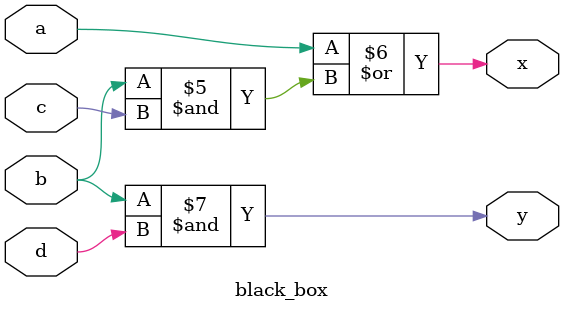
<source format=sv>
`timescale 1ns / 1ps
module Main_Processor(
input clk,
input [15:0]inst_in,
output reg [7:0]pc_out,
output reg [15:0]inst_out,
output reg [2:0]jmp_val,
output reg jmp,eop,
output reg [1:0]regwr_out2,dir_val_out2,
output reg memwr_out2,ctrl_sel_out2,wrbk_sel_out2,
output reg [2:0]aD_out2,dir_s2_out2,
output reg [3:0]alu_sel_out2,
output reg [7:0]dir_s1_out2,
output reg [15:0]s1_out2,s2_out2,
output reg [1:0]reg_wr_out3,reconfig_mul,reconfig_load,
output reg mem_wr_out3,wrbk_sel_out3,
output reg [2:0]aM_out3,aD_out3,
output reg [15:0]alu_out3,dM_out3,
output reg [15:0]wD_rf,
output reg [1:0]w_en,
output reg [2:0]aD_rf,
output reg s1_c0,s1_c1,s2_c0,s2_c1,
output reg [1:0]inita,
output reg [2:0]initb,
output reg [15:0]pc_2,pc_3,inst_out_tb,
output reg [15:0]mem_data_tb,
output reg mem_en_tb,
output reg [2:0]mem_add_tb
    );
//Start of Processor Part1	 
wire [7:0]pc_in;
//input [15:0]inst_in;
wire [7:0]k;
assign k=pc_out;
wire clk_mod=clk&~eop;
wire s1_c1_k,s2_c1_k,s1_c0_k,s2_c0_k;
initial
begin
pc_out=0;
jmp=0;
jmp_val=0;
eop=0;
s1_c0=0;
s1_c1=0;
s2_c0=0;
s2_c1=0;
w_en=0;
aD_rf=0;
wD_rf=0;
inita=3;
initb=4;
end
wire [1:0]k_mux; wire [2:0]kmux2;
mux2_1_1bit m5[1:0](2'b00,2'b11,inita[0]|inita[1],k_mux);
mux2_1_1bit m10[2:0](3'b000,3'b111,initb[0]|initb[1]|initb[2],kmux2); 
wire [1:0]k_sum=inita+k_mux;
wire [2:0]k_sum2=initb+kmux2;
mux2_1_1bit m6(s1_c0,1'b0,inita[0]|inita[1],s1_c0_k);
mux2_1_1bit m7(s2_c0,1'b0,inita[0]|inita[1],s2_c0_k);
mux2_1_1bit m8(s1_c1,1'b0,initb[0]|initb[1]|initb[2],s1_c1_k);
mux2_1_1bit m9(s2_c1,1'b0,initb[0]|initb[1]|initb[2],s2_c1_k);
always@(posedge clk)
begin
inita<=k_sum;
initb<=k_sum2;
end
wire w1;
wire jmp_w=jmp;
wire [2:0]jmp_val_w=jmp_val;
wire [2:0]w2;
assign w1=jmp_w&(jmp_val_w[0]|jmp_val_w[1]|jmp_val_w[2]);

mux2_1_1bit m1[2:0](3'b001,jmp_val,w1,w2);
adder_internal a1(k,w2,pc_in);

//inst_mem IM(pc_out,inst_in);

always@(posedge clk_mod)
begin
pc_out=pc_in;
end

always@(posedge clk_mod)
begin
inst_out=inst_in;

end
//End of Part1

//Start of Processor Part2
wire [15:0]pc;
assign pc=inst_out;
wire jmp_cu,eop_cu,ctrl_sel_in,memwr_in,wrbk_sel_in;
wire [1:0]regwr_in;
wire [3:0]alu_sel_in;
wire[1:0]dir_val_in,w_en_w;
wire[15:0] s1_in,s2_in,wD_rf_w,s1_in_1,s2_in_1;
wire [7:0]dir_s1_in;
assign dir_s1_in=pc[7:0];
wire [2:0]dir_s2_in,aD_rf_w;
assign dir_s2_in=pc[2:0];
assign wD_rf_w=wD_rf;
assign w_en_w=w_en;
assign aD_rf_w=aD_rf;

always@(*)
jmp_val=pc[2:0];

Control_Unit CU(pc[15:12],pc[11],pc[10:9],jmp_cu,eop_cu,ctrl_sel_in,memwr_in,wrbk_sel_in,regwr_in,alu_sel_in,dir_val_in);
reg_file RF(s1_in_1,s2_in_1,clk,pc[10:9],pc[5:3],pc[2:0],aD_rf_w,wD_rf_w,w_en_w);
assign s1_in=({{8{pc[10]}}& s1_in_1[15:8],{8{pc[9]}}& s1_in_1[7:0]});
assign s2_in=({{8{pc[10]}}& s2_in_1[15:8],{8{pc[9]}}& s2_in_1[7:0]});
always@(*)
begin
jmp=jmp_cu;
eop=eop_cu;
end
always@(posedge clk)
begin
regwr_out2<=regwr_in;
dir_val_out2<=dir_val_in;
memwr_out2<=memwr_in;
ctrl_sel_out2<=ctrl_sel_in;
wrbk_sel_out2<=wrbk_sel_in;
aD_out2<=pc[8:6];
dir_s1_out2<=dir_s1_in;
dir_s2_out2<=dir_s2_in;
s1_out2<=s1_in;
s2_out2<=s2_in;
alu_sel_out2<=alu_sel_in;
pc_2<=pc;
reconfig_mul<=pc[10:9];
end
//End of Part2

//For HCU
wire s1_c1_in=s1_c1_k;
wire s2_c1_in=s2_c1_k;
wire s1_c0_in=s1_c0_k;
wire s2_c0_in=s2_c0_k;
wire [15:0]A_scr1=s1_out2;
wire [15:0]A_scr2=s2_out2;
wire [15:0]B_hcu=({{8{pc[10]}}& alu_out3[15:8],{8{pc[9]}}& alu_out3[7:0]});//alu_out3 original assign
wire [15:0]C_hcu=({{8{pc[10]}}& wD_rf[15:8],{8{pc[9]}}& wD_rf[7:0]});//wD_rf original assign

//Start Of Processor Part3
wire [15:0]w3,w4,w5,w6,alu_op,hcu1,hcu2,alu_op_half,w3in1,w3in2,pc_k;
wire w7;
assign pc_k=pc_2;
assign w3in1={{8{1'b0}},dir_s1_out2};
assign w3in2={dir_s1_out2,{8{1'b0}}};
mux2_1_1bit mdirsel[15:0](w3in1,w3in2,regwr_out2[1],w3);
assign w4={{13{1'b0}},dir_s2_out2};


mux4_1_16bit mux1(A_scr1,B_hcu,C_hcu,B_hcu,s1_c0_in,s1_c1_in,hcu1);
mux4_1_16bit mux2(A_scr2,B_hcu,C_hcu,B_hcu,s2_c0_in,s2_c1_in,hcu2);
mux2_1_1bit m2[15:0](hcu1,w3,dir_val_out2[1],w5);
mux2_1_1bit m3[15:0](hcu2,w4,dir_val_out2[0],w6);

ALU alu(w5,w6,alu_sel_out2[3:2],alu_sel_out2[1:0],ctrl_sel_out2,reconfig_mul,alu_op_half,w7);
mux2_1_1bit mdir[15:0](alu_op_half,w3,dir_val_out2[1],alu_op);

always@(posedge clk)
begin
reg_wr_out3<=regwr_out2;
mem_wr_out3<=memwr_out2;
wrbk_sel_out3<=wrbk_sel_out2;
aM_out3<=dir_s2_out2;
aD_out3<=aD_out2;
alu_out3<=alu_op;
dM_out3<=w5;
pc_3<=pc_k;
reconfig_load<=reconfig_mul;
end

//End of Part3

//Start of Processor Part4
wire[15:0]pc_k1,z2;
wire [2:0]z1;
wire z3;
assign pc_k1=pc_3;
assign z1=aM_out3;
assign z2=dM_out3;
assign z3=mem_wr_out3;
wire [15:0]mem_out,wD_in,mem_inter;
data_mem DM(dM_out3,aM_out3,clk,mem_wr_out3,mem_inter);
mux2_1_1bit mload[15:0]({16{1'b0}},mem_inter,reconfig_load[0]&reconfig_load[1],mem_out);
mux2_1_1bit m4[15:0](alu_out3,mem_out,wrbk_sel_out3,wD_in);

always@(posedge clk)
begin
inst_out_tb<=pc_k1;
mem_data_tb<=z2;
mem_en_tb<=z3;
mem_add_tb<=z1;
wD_rf<=wD_in;
w_en<=reg_wr_out3;
aD_rf<=aD_out3;
end
//End of Part4

//Hazard Control Unit
reg [4:0]r1,r2,r4,r5;
reg [2:0]r3,r6;	 	 
wire h1,h2,h3,h4;
always@(posedge clk)
begin
r1<={{inst_in[10:9]},{inst_in[5:3]}};
r2<={{inst_in[10:9]},{inst_in[2:0]}};
r3<=pc[8:6];
end
comp co1(r1,r3,inst_in[15:12],h1);
comp co2(r2,r3,inst_in[15:12],h2);
always@(posedge clk)
begin
s1_c0<=h1;
s2_c0<=h2;
r4<={{inst_in[10:9]},{inst_in[5:3]}};
r5<={{inst_in[10:9]},{inst_in[2:0]}};
r6<=r3;
end
comp c03(r4,r6,inst_in[15:12],h3);
comp co4(r5,r6,inst_in[15:12],h4);
always@(posedge clk)
begin
s1_c1<=h3;
s2_c1<=h4;
end

endmodule

// Code your design here
module mux2_1_1bit(
input a,b,s,
output y
    );
assign y=a&~s|b&s;

endmodule
module adder_internal(
input [7:0]a,
input [2:0]b,
output [7:0]y
    );
assign y=a+({{5{2'b0}},b});

endmodule
module Control_Unit(
input [3:0]op,
input ctrl,
input [1:0]re_config,
output jmp,eop,ctrl_sel,mem_wr,wr_bk_sel,
output [1:0]reg_wr,
output [3:0]alu_sel,
output [1:0]dir_val
    );

wire w1,w2,w3,w4,k,shiftv;

//Regwr
assign w1=(op[3]&~op[2]&op[1]&op[0]);	//store
assign w2=(op[3]&op[2]&~op[1]&op[0]);	//jump
assign w3=(op[3]&op[2]&op[1]&~op[0]);	//NOP
assign w4=(op[3]&op[2]&op[1]&op[0]);	//EOP
assign k=w1|w2|w3|w4;

assign shiftv=re_config[1]&re_config[0]&op[3]&op[2]&~op[1]&~op[0];
assign reg_wr[1]=(re_config[1]|(op[3]&~op[2]&~op[1]&~op[0])|shiftv)&(~k);
assign reg_wr[0]=(re_config[0]|(op[3]&~op[2]&~op[1]&~op[0])|shiftv)&(~k);
//Memwr
assign mem_wr=w1;

//Write Back Select
assign wr_bk_sel=(op[3]&~op[2]&op[1]&~op[0]);

//Dual select in ALU
assign ctrl_sel=ctrl&~w3;

//Jump
assign jmp=(op[3]&op[2]&~op[1]&op[0]);

//EOP
assign eop=(op[3]&op[2]&op[1]&op[0]);

//Direct Value
assign dir_val[1]=op[3]&~op[2]&~op[1]&op[0]&ctrl;
assign dir_val[0]=op[3]&op[2]&~op[1]&~op[0];

//ALU select
assign alu_sel=(op&{4{~w3}})|({~op[3],op[2],op[1],~op[0]}&{4{w3}});

endmodule

module reg_file(
    output reg [15:0] r0,//scr1 o/p
    output reg [15:0] r1,//scr2 o/p
    input clk,
	 input [1:0] reconfig,//active high
    input [2:0] a0,		//source 1
    input [2:0] a1,		//source 2
    input [2:0] d,		//dest register
    input [15:0] wr,		//data to be written
    input [1:0] w_en		//active high
    );

	 reg [15:0]gpr[7:0];
	 integer i;
	 initial 
	  for(i=0;i<8;i=i+1)
	  begin
	  gpr[i]=0;
	  end
	 always@(negedge clk)
		begin
			if(reconfig==2'b11)
				begin
					r0<=gpr[a0];	//read the data
					r1<=gpr[a1];	//at negative edge
				end
			else if(reconfig==2'b10)
				begin
					r0<={gpr[a0][15:8],{8{1'b0}}};
					r1<={gpr[a1][15:8],{8{1'b0}}};
				end
			else if(reconfig==2'b01)
				begin
					r0<={{8{1'b0}},gpr[a0][7:0]};
					r1<={{8{1'b0}},gpr[a1][7:0]};
				end
			else
				begin
					r0<=16'b0;
					r1<=16'b0;
				end
				
		end
		
	always@(posedge clk)	//write at positive
		begin					//edge
			if(w_en==2'b11)
				gpr[d]<=wr;	//16 bit write
			else if(w_en==2'b01)
				gpr[d][7:0]<=wr[7:0];	//lower byte write
			else if(w_en==2'b10)
				gpr[d][15:8]<=wr[15:8];	//higher byte write
		end

endmodule
module mux4_1_16bit(
input [15:0]a,b,c,d,
input s0,s1,
output [15:0]y
    );
wire [15:0]w1,w2;
mux2_1_1bit m1[15:0](a,b,s0,w1);
mux2_1_1bit m2[15:0](c,d,s0,w2);
mux2_1_1bit m3[15:0](w1,w2,s1,y);


endmodule
module ALU(
input [15:0]a,
input [15:0]b,
input [1:0]alu_sel,	//use of alu_sel 
input [1:0]s,			// 4 bits
input sel,
input [1:0]mul,
output [15:0]y,
output cout
    );  
wire [15:0]ar1,ar2,l1,l2,l3,l4,l5,l6,l7,l8,sh1,sh2,sh3,w1,w2,mul1;

wire k_mov=alu_sel[1]&~alu_sel[0]&~s[1]&s[0]; //For move;

//Arithmetic

assign ar1=((~({16{s[0]}}))&b)|((({16{s[0]}})^({16{s[1]}}))&~b)&({16{~k_mov}});	
Adder a1(a,ar1,(s[0]&(~k_mov)),ar2,cout);

//Logical
assign l1=a&b;
assign l2=a|b;
assign l3=a^b;
assign l4=a;
mux2_1_1bit m1[15:0](l1,l2,s[0],l5);
mux2_1_1bit m2[15:0](l3,l4,s[0],l6);
mux2_1_1bit m3[15:0](l5,l6,s[1],l7);
assign l8=l7^({16{sel}});

//Mulitplication
wire[7:0] wmul1,wmul2,wmul11,wmul22;
mux2_1_1bit mmul1[7:0](a[7:0],a[15:8],~mul[0],wmul1);
mux2_1_1bit mmul2[7:0](b[7:0],b[15:8],~mul[0],wmul2);
mux2_1_1bit mmul3[7:0]({8{1'b0}},wmul1,mul[0]|mul[1],wmul11);
mux2_1_1bit mmul4[7:0]({8{1'b0}},wmul2,mul[0]|mul[1],wmul22);
wallace_8bit m4(wmul11,wmul22,mul1); 

//Shifter
assign sh1=a<<b;
assign sh2=a>>b;
mux2_1_1bit m5[15:0](sh1,sh2,sel,sh3);

//Final Mux_logic
mux2_1_1bit m6[15:0](ar2,l8,alu_sel[0],w1);
mux2_1_1bit m7[15:0](mul1,sh3,alu_sel[0],w2);
mux2_1_1bit m8[15:0](w1,w2,alu_sel[1]&(~k_mov),y);

endmodule
module data_mem(
input [15:0]dM,
input [2:0]aM,
input clk,wr,
output reg [15:0]m
    );
reg [15:0]mem[7:0];	 
integer i;
	 initial 
	  for(i=0;i<8;i=i+1)
	  begin
	  mem[i]=0;
	  end
//Store
always@(posedge clk)
begin
 if(wr==1)
  mem[aM]=dM;
end	 

//Load
always@(negedge clk)
begin 
m=mem[aM];
end
endmodule
module comp(
input [4:0]a,
input [2:0]b,
input [3:0]op,
output s
    );
wire s_inter;
wire [2:0]w1;
assign w1=(~(a[2:0])|b)&((a[2:0])|~b);
assign s_inter=w1[0]&w1[1]&w1[2]&(a[4]|a[3]);
assign s=s_inter&(op[3]&op[2]&op[1]&~op[0]);

endmodule
module wallace_8bit(
    input [7:0] a,
    input [7:0] b,
    output [15:0] p
    );
reg [63:0]w;
integer i,j,k,l;
always@(*)
begin
i=63;
l=7;
while(i>=36)
 begin
  k=7;
  for(j=l;j<=7;j=j+1)
    begin
    if(k>=l)	 
     w[i]=a[j]&b[k];
    i=i-1;
	 k=k-1;
    end
  l=l-1;
 end
  l=0;
  i=0;
while(i!=36)
 begin
  j=0;
  for(k=l;k>=0;k=k-1)
   begin
    if(j<=l)
	  w[i]=a[k]&b[j];
    i=i+1;
	 j=j+1;
   end
  l=l+1;
 end
w[0]=a[0]&b[0];
end
 
assign p[0]=w[0];

halfadder hfa1(w[1],w[2],p[1],b1);

halfadder hf2(w[3],w[4],k1,c1);
full_adder fa1(w[5],k1,b1,p[2],c2);

halfadder hf3(w[6],w[7],k2,d1);
full_adder fa2(w[8],k2,c1,k3,d2);
full_adder fa3(w[9],k3,c2,p[3],d3);

halfadder hf4(w[10],w[11],k4,e1);
full_adder fa4(w[12],k4,d1,k5,e2);
full_adder fa5(w[13],k5,d2,k6,e3);
full_adder fa6(w[14],k6,d3,p[4],e4);
	
halfadder hf5(w[15],w[16],k7,f1);
full_adder fa7(w[17],k7,e1,k8,f2);
full_adder fa8(w[18],k8,e2,k9,f3);
full_adder fa9(w[19],k9,e3,k10,f4);
full_adder fa10(w[20],k10,e4,p[5],f5);	
	
halfadder hf6(w[21],w[22],k11,g1);
full_adder fa11(w[23],k11,f1,k12,g2);
full_adder fa12(w[24],k12,f2,k13,g3);
full_adder fa13(w[25],k13,f3,k14,g4);
full_adder fa14(w[26],k14,f4,k15,g5);
full_adder fa15(w[27],k15,f5,p[6],g6);
	
halfadder hf7(w[28],w[29],k16,h1);
full_adder fa16(w[30],k16,g1,k17,h2);
full_adder fa17(w[31],k17,g2,k18,h3);
full_adder fa18(w[32],k18,g3,k19,h4);
full_adder fa19(w[33],k19,g4,k20,h5);
full_adder fa20(w[34],k20,g5,k21,h6);
full_adder fa21(w[35],k21,g6,p[7],h7);

halfadder hf8(w[36],w[37],k22,i1);
full_adder fa22(w[38],k22,h1,k23,i2);
full_adder fa23(w[39],k23,h2,k24,i3);
full_adder fa24(w[40],k24,h3,k25,i4);
full_adder fa25(w[41],k25,h4,k26,i5);
full_adder fa26(w[42],k26,h5,k27,i6);
full_adder fa27(k27,h7,h6,p[8],i7);

full_adder fa28(w[43],w[44],i1,k28,j1);
full_adder fa29(w[45],k28,i2,k29,j2);
full_adder fa30(w[46],k29,i3,k30,j3);
full_adder fa31(w[47],k30,i4,k31,j4);
full_adder fa32(w[48],k31,i5,k32,j5);
full_adder fa33(k32,i7,i6,p[9],j6);

full_adder fa34(w[49],w[50],j1,k33,l1);
full_adder fa35(w[51],k33,j2,k34,l2);
full_adder fa36(w[52],k34,j3,k35,l3);
full_adder fa37(w[53],k35,j4,k36,l4);
full_adder fa38(j5,j6,k36,p[10],l5);

full_adder fa39(w[54],w[55],l1,k37,m1);
full_adder fa40(w[56],k37,l2,k38,m2);
full_adder fa41(w[57],k38,l3,k39,m3);
full_adder fa42(l4,l5,k39,p[11],m4);

full_adder fa43(w[58],w[59],m1,k40,n1);
full_adder fa44(w[60],k40,m2,k41,n2);
full_adder fa45(m3,m4,k41,p[12],n3);

full_adder fa46(w[61],w[62],n1,k42,o1);
full_adder fa47(n2,n3,k42,p[13],o2);

full_adder fa48(w[63],o1,o2,p[14],p[15]);


endmodule
module Adder(
    input [15:0] a,
    input [15:0] b,
    input cin,
    output [15:0] s,
    output cout
    );

wire [15:0]g,p,GG;

//Bitwise Generate And Propogate Signals.
assign g=a&b;
assign p=a^b;


//Group Generate And Propogate Signals.
assign GG[0]=g[0]|(p[0]&cin);
black_box b1(g[15],p[15],g[14],p[14],g1,p1);
black_box b2(g[14],p[14],g[13],p[13],g2,p2);
black_box b3(g[13],p[13],g[12],p[12],g3,p3);
black_box b4(g[12],p[12],g[11],p[11],g4,p4);
black_box b5(g[11],p[11],g[10],p[10],g5,p5);
black_box b6(g[10],p[10],g[9],p[9],g6,p6);
black_box b7(g[9],p[9],g[8],p[8],g7,p7);
black_box b8(g[8],p[8],g[7],p[7],g8,p8);
black_box b9(g[7],p[7],g[6],p[6],g9,p9);
black_box b10(g[6],p[6],g[5],p[5],g10,p10);
black_box b11(g[5],p[5],g[4],p[4],g11,p11);
black_box b12(g[4],p[4],g[3],p[3],g12,p12);
black_box b13(g[3],p[3],g[2],p[2],g13,p13);
black_box b14(g[2],p[2],g[1],p[1],g14,p14);
gray_box gb1(g[1],p[1],GG[0],GG[1]);

black_box b15(g1,p1,g3,p3,g15,p15);
black_box b16(g2,p2,g4,p4,g16,p16);
black_box b17(g3,p3,g5,p5,g17,p17);
black_box b18(g4,p4,g6,p6,g18,p18);
black_box b19(g5,p5,g7,p7,g19,p19);
black_box b20(g6,p6,g8,p8,g20,p20);
black_box b21(g7,p7,g9,p9,g21,p21);
black_box b22(g8,p8,g10,p10,g22,p22);
black_box b23(g9,p9,g11,p11,g23,p23);
black_box b24(g10,p10,g12,p12,g24,p24);
black_box b25(g11,p11,g13,p13,g25,p25);
black_box b26(g12,p12,g14,p14,g26,p26);
gray_box gb3(g13,p13,GG[1],GG[3]);
gray_box gb2(g14,p14,GG[0],GG[2]);

black_box b27(g15,p15,g19,p19,g27,p27);
black_box b28(g16,p16,g20,p20,g28,p28);
black_box b29(g17,p17,g21,p21,g29,p29);
black_box b30(g18,p18,g22,p22,g30,p30);
black_box b31(g19,p19,g23,p23,g31,p31);
black_box b32(g20,p20,g24,p24,g32,p32);
black_box b33(g21,p21,g25,p25,g33,p33);
black_box b34(g22,p22,g26,p26,g34,p34);
gray_box gb7(g23,p23,GG[3],GG[7]);
gray_box gb6(g24,p24,GG[2],GG[6]);
gray_box gb5(g25,p25,GG[1],GG[5]);
gray_box gb4(g26,p26,GG[0],GG[4]);

gray_box gb15(g27,p27,GG[7],GG[15]);
gray_box gb14(g28,p28,GG[6],GG[14]);
gray_box gb13(g29,p29,GG[5],GG[13]);
gray_box gb12(g30,p30,GG[4],GG[12]);
gray_box gb11(g31,p31,GG[3],GG[11]);
gray_box gb10(g32,p32,GG[2],GG[10]);
gray_box gb9(g33,p33,GG[1],GG[9]);
gray_box gb8(g34,p34,GG[0],GG[8]);


//Final Sum And Cout.
assign s[0]=p[0]^cin;
assign s[1]=p[1]^GG[0]; 
assign s[2]=p[2]^GG[1];
assign s[3]=p[3]^GG[2];
assign s[4]=p[4]^GG[3];
assign s[5]=p[5]^GG[4];
assign s[6]=p[6]^GG[5];
assign s[7]=p[7]^GG[6];
assign s[8]=p[8]^GG[7];
assign s[9]=p[9]^GG[8];
assign s[10]=p[10]^GG[9];
assign s[11]=p[11]^GG[10];
assign s[12]=p[12]^GG[11];
assign s[13]=p[13]^GG[12];
assign s[14]=p[14]^GG[13];
assign s[15]=p[15]^GG[14];
assign cout=GG[15];


endmodule

module full_adder(
	input a,b,cin,
	output s,cout
    );
	assign s=a^b^cin;
	assign cout=(a&b)|(b&cin)|(cin&a);


endmodule
module halfadder(
	input a,b,
	output s,c
    );
assign c=a&b;
assign s=a^b;

endmodule
module gray_box(
    input a,
    input b,
    input c,
    output x
	 
    );

assign x=a|(b&c);
endmodule
module inst_mem(
input [7:0]a,					//Memory Address
output  [15:0]r					//Memory data output
); 

reg [15:0]rom[255:0];				//declaration of 256X16 memory
 
  initial $readmemh("./instructions.txt",rom);	//Read and copy hex code from text file to memory 
 assign r = rom[a];				//Read from memory

endmodule

module stg_final;

	// Inputs
	reg clk;

	// Outputs
	wire [7:0] pc_out;
    wire [15:0] inst_in;
	wire [15:0] inst_out;
	wire [2:0] jmp_val;
	wire jmp;
	wire [1:0] regwr_out2;
	wire [1:0] dir_val_out2;
	wire memwr_out2;
	wire ctrl_sel_out2;
	wire wrbk_sel_out2;
	wire [2:0] aD_out2;
	wire [2:0] dir_s2_out2;
	wire [3:0] alu_sel_out2;
	wire [7:0] dir_s1_out2;
	wire [15:0] s1_out2;
	wire [15:0] s2_out2;
	wire [1:0] reg_wr_out3;
	wire mem_wr_out3;
	wire wrbk_sel_out3;
	wire [2:0] aM_out3;
	wire [2:0] aD_out3;
	wire [15:0] alu_out3;
	wire [15:0] dM_out3;
	wire [15:0] wD_rf;
	wire [1:0] w_en;
	wire [2:0] aD_rf;
	wire s1_c0;
	wire s1_c1;
	wire s2_c0;
	wire s2_c1;
	wire eop;
	wire [1:0]inita;
	wire [2:0]initb;
  wire [2:0]mem_add_tb;
  wire mem_en_tb;
  wire [15:0]mem_data_tb;
  wire [15:0] pc_3;
  wire [15:0]pc_2;
  wire [1:0]reconfig_load;
  wire [1:0]reconfig_mul;
  wire [15:0]inst_out_tb;
  //wire inst_in;
 
	// Instantiate the Unit Under Test (UUT)
	Main_Processor uut (
		.clk(clk), 
      .inst_in(inst_in),
		.pc_out(pc_out), 
		.inst_out(inst_out), 
		.jmp_val(jmp_val), 
		.jmp(jmp), 
		.regwr_out2(regwr_out2), 
		.dir_val_out2(dir_val_out2), 
		.memwr_out2(memwr_out2), 
		.ctrl_sel_out2(ctrl_sel_out2), 
		.wrbk_sel_out2(wrbk_sel_out2), 
		.aD_out2(aD_out2), 
		.dir_s2_out2(dir_s2_out2), 
		.alu_sel_out2(alu_sel_out2), 
		.dir_s1_out2(dir_s1_out2), 
		.s1_out2(s1_out2), 
		.s2_out2(s2_out2), 
		.reg_wr_out3(reg_wr_out3), 
		.mem_wr_out3(mem_wr_out3), 
		.wrbk_sel_out3(wrbk_sel_out3), 
		.aM_out3(aM_out3), 
		.aD_out3(aD_out3), 
		.alu_out3(alu_out3), 
		.dM_out3(dM_out3), 
		.wD_rf(wD_rf), 
		.w_en(w_en), 
		.aD_rf(aD_rf), 
		.s1_c0(s1_c0), 
		.s1_c1(s1_c1), 
		.s2_c0(s2_c0), 
		.s2_c1(s2_c1), 
		.eop(eop),
		.inita(inita),
      .initb(initb),
      .mem_add_tb(mem_add_tb),
      .mem_en_tb(mem_en_tb),
      .mem_data_tb(mem_data_tb),
      .pc_3(pc_3),
      .pc_2(pc_2),
      .reconfig_load(reconfig_load),
      .reconfig_mul(reconfig_mul),
      .inst_out_tb(inst_out_tb)
	);
reg [2:0] count;
always begin
#25 clk=~clk;
$display("%b \t %b",clk, count);
if(eop == 1) begin 
count=count+1;
if(count>10)
$finish;
end
end
	initial begin
		// Initialize Inputs
		clk = 0;
		count = 0;
	end
      	
endmodule

module black_box(
	input a,b,c,d,
	output x,y
    );
	 
assign x=a|(b&c);
assign y=b&d;
	 
endmodule


</source>
